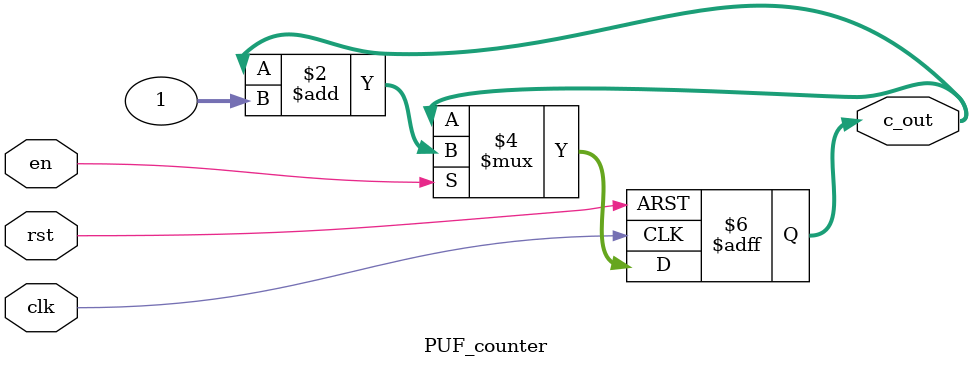
<source format=v>
`timescale 1ns/1ps

module PUF_counter #(parameter size = 32)(

	input clk, en, rst,
	output reg [size-1:0] c_out
);

always@(posedge clk, posedge rst)
begin
	if(rst) c_out <= 0;
	else
	begin
		if(en)
			c_out <= c_out + 1;
		else
			c_out <= c_out;
	end
end

endmodule


</source>
